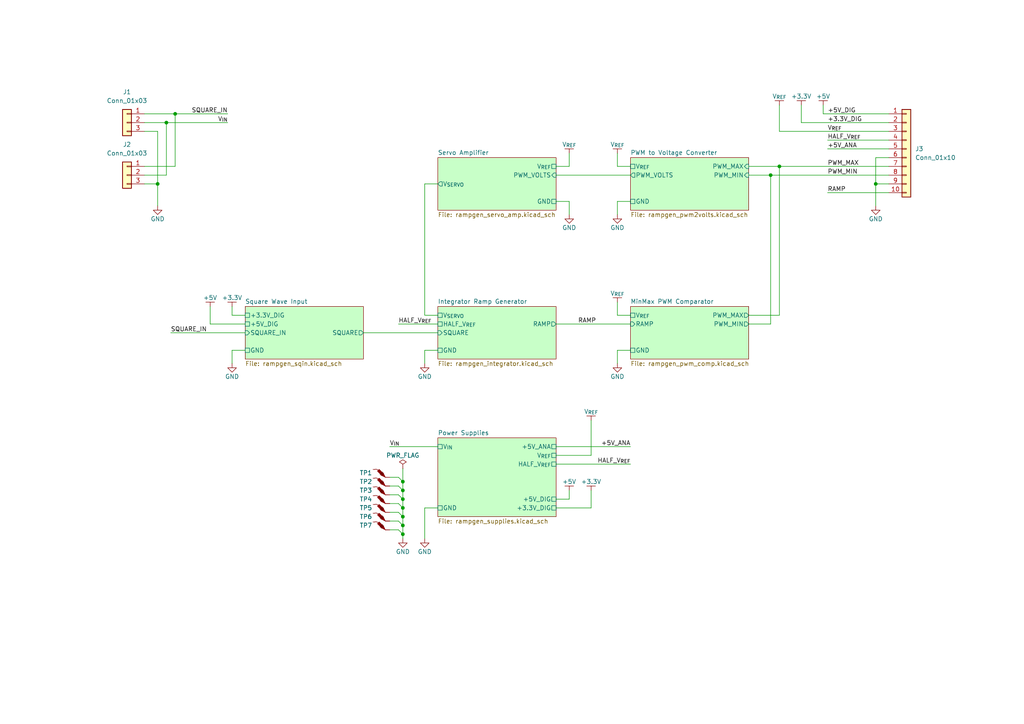
<source format=kicad_sch>
(kicad_sch (version 20230121) (generator eeschema)
  (paper "A4")
  (lib_symbols
    (symbol "Connector_Generic:Conn_01x03" (pin_names (offset 1.016) hide)
      (property "Reference" "J" (at 0 5.08 0))
      (property "Value" "Conn_01x03" (at 0 -5.08 0))
      (symbol "Conn_01x03_1_1"
        (rectangle (start -1.27 -2.413) (end 0 -2.667) (stroke (width 0.1524)))
        (rectangle (start -1.27 0.127) (end 0 -0.127) (stroke (width 0.1524)))
        (rectangle (start -1.27 2.667) (end 0 2.413) (stroke (width 0.1524)))
        (rectangle (start -1.27 3.81) (end 1.27 -3.81) (stroke (width 0.254)) (fill (type background)))
        (pin passive line (at -5.08 2.54 0) (length 3.81) (name "Pin_1") (number "1"))
        (pin passive line (at -5.08 0 0) (length 3.81) (name "Pin_2") (number "2"))
        (pin passive line (at -5.08 -2.54 0) (length 3.81) (name "Pin_3") (number "3"))
      )
    )
    (symbol "Connector_Generic:Conn_01x10" (pin_names (offset 1.016) hide)
      (property "Reference" "J" (at 0 12.7 0))
      (property "Value" "Conn_01x10" (at 0 -15.24 0))
      (symbol "Conn_01x10_1_1"
        (rectangle (start -1.27 -12.573) (end 0 -12.827) (stroke (width 0.1524)))
        (rectangle (start -1.27 -10.033) (end 0 -10.287) (stroke (width 0.1524)))
        (rectangle (start -1.27 -7.493) (end 0 -7.747) (stroke (width 0.1524)))
        (rectangle (start -1.27 -4.953) (end 0 -5.207) (stroke (width 0.1524)))
        (rectangle (start -1.27 -2.413) (end 0 -2.667) (stroke (width 0.1524)))
        (rectangle (start -1.27 0.127) (end 0 -0.127) (stroke (width 0.1524)))
        (rectangle (start -1.27 2.667) (end 0 2.413) (stroke (width 0.1524)))
        (rectangle (start -1.27 5.207) (end 0 4.953) (stroke (width 0.1524)))
        (rectangle (start -1.27 7.747) (end 0 7.493) (stroke (width 0.1524)))
        (rectangle (start -1.27 10.287) (end 0 10.033) (stroke (width 0.1524)))
        (rectangle (start -1.27 11.43) (end 1.27 -13.97) (stroke (width 0.254)) (fill (type background)))
        (pin passive line (at -5.08 10.16 0) (length 3.81) (name "Pin_1") (number "1"))
        (pin passive line (at -5.08 -12.7 0) (length 3.81) (name "Pin_10") (number "10"))
        (pin passive line (at -5.08 7.62 0) (length 3.81) (name "Pin_2") (number "2"))
        (pin passive line (at -5.08 5.08 0) (length 3.81) (name "Pin_3") (number "3"))
        (pin passive line (at -5.08 2.54 0) (length 3.81) (name "Pin_4") (number "4"))
        (pin passive line (at -5.08 0 0) (length 3.81) (name "Pin_5") (number "5"))
        (pin passive line (at -5.08 -2.54 0) (length 3.81) (name "Pin_6") (number "6"))
        (pin passive line (at -5.08 -5.08 0) (length 3.81) (name "Pin_7") (number "7"))
        (pin passive line (at -5.08 -7.62 0) (length 3.81) (name "Pin_8") (number "8"))
        (pin passive line (at -5.08 -10.16 0) (length 3.81) (name "Pin_9") (number "9"))
      )
    )
    (symbol "Custom-LogicIC:TestPoint" (in_bom no)
      (property "Reference" "TP" (at 2.54 0 0))
      (symbol "TestPoint_1_1"
        (polyline (pts (xy -0.762 1.27) (xy 0 0.508)) (stroke (width 0) (color 72 0 0 1)))
        (polyline (pts (xy -0.508 1.524) (xy 0.254 0.762)) (stroke (width 0) (color 72 0 0 1)))
        (polyline (pts (xy -1.27 0) (xy -0.762 1.016) (xy -0.254 0.508) (xy -1.27 0)) (fill (type color) (color 132 0 0 1)))
        (polyline (pts (xy -0.762 1.016) (xy 0.508 2.286) (xy 1.016 1.778) (xy -0.254 0.508) (xy -0.762 1.016)) (fill (type color) (color 132 0 0 1)))
        (arc (start 1.778 2.286) (mid 1.2343 2.3019) (end 0.762 2.032))
        (arc (start 1.778 2.286) (mid 2.032 2.258) (end 2.286 2.286))
        (pin passive line (at -2.54 0 0) (length 1.27) (name "") (number "1"))
      )
    )
    (symbol "Custom-PwrSym:+3.3V" (power) (pin_names (offset 0))
      (property "Value" "+3.3V" (at 0 2.54 0))
      (symbol "+3.3V_0_1"
        (polyline (pts (xy -1.27 1.27) (xy 1.27 1.27)))
        (polyline (pts (xy 0 0) (xy 0 1.27)))
      )
      (symbol "+3.3V_1_1"
        (pin power_in line (at 0 0 90) (length 0) hide (name "+3.3V") (number "1"))
      )
    )
    (symbol "Custom-PwrSym:+5V" (power) (pin_names (offset 0))
      (property "Value" "+5V" (at 0 2.54 0))
      (symbol "+5V_0_1"
        (polyline (pts (xy -1.27 1.27) (xy 1.27 1.27)))
        (polyline (pts (xy 0 0) (xy 0 1.27)))
      )
      (symbol "+5V_1_1"
        (pin power_in line (at 0 0 90) (length 0) hide (name "+5V") (number "1"))
      )
    )
    (symbol "Custom-PwrSym:VREF" (power) (pin_names (offset 0))
      (property "Value" "V_{REF}" (at 0 2.54 0))
      (symbol "VREF_0_1"
        (polyline (pts (xy -1.27 1.27) (xy 1.27 1.27)))
        (polyline (pts (xy 0 0) (xy 0 1.27)))
      )
      (symbol "VREF_1_1"
        (pin power_in line (at 0 0 90) (length 0) hide (name "V_{REF}") (number "1"))
      )
    )
    (symbol "power:GND" (power) (pin_names (offset 0))
      (property "Value" "GND" (at 0 -3.81 0))
      (symbol "GND_0_1"
        (polyline (pts (xy 0 0) (xy 0 -1.27) (xy 1.27 -1.27) (xy 0 -2.54) (xy -1.27 -1.27) (xy 0 -1.27)))
      )
      (symbol "GND_1_1"
        (pin power_in line (at 0 0 270) (length 0) hide (name "GND") (number "1"))
      )
    )
    (symbol "power:PWR_FLAG" (power) (pin_numbers hide) (pin_names (offset 0) hide)
      (property "Value" "PWR_FLAG" (at 0 3.81 0))
      (symbol "PWR_FLAG_0_0"
        (pin power_out line (at 0 0 90) (length 0) (name "pwr") (number "1"))
      )
      (symbol "PWR_FLAG_0_1"
        (polyline (pts (xy 0 0) (xy 0 1.27) (xy -1.016 1.905) (xy 0 2.54) (xy 1.016 1.905) (xy 0 1.27)))
      )
    )
  )
  (junction (at 116.84 149.86))
  (junction (at 226.06 48.26))
  (junction (at 116.84 142.24))
  (junction (at 116.84 152.4))
  (junction (at 223.52 50.8))
  (junction (at 50.8 33.02))
  (junction (at 48.26 35.56))
  (junction (at 45.72 53.34))
  (junction (at 116.84 144.78))
  (junction (at 254 53.34))
  (junction (at 116.84 154.94))
  (junction (at 116.84 147.32))
  (junction (at 116.84 139.7))
  (wire (pts (xy 161.29 58.42) (xy 165.1 58.42)))
  (wire (pts (xy 161.29 50.8) (xy 182.88 50.8)))
  (wire (pts (xy 50.8 33.02) (xy 50.8 48.26)))
  (wire (pts (xy 223.52 50.8) (xy 223.52 93.98)))
  (wire (pts (xy 232.41 35.56) (xy 257.81 35.56)))
  (wire (pts (xy 240.03 43.18) (xy 257.81 43.18)))
  (wire (pts (xy 67.31 88.9) (xy 67.31 91.44)))
  (wire (pts (xy 45.72 53.34) (xy 45.72 59.69)))
  (wire (pts (xy 171.45 132.08) (xy 171.45 121.92)))
  (wire (pts (xy 71.12 91.44) (xy 67.31 91.44)))
  (wire (pts (xy 71.12 93.98) (xy 60.96 93.98)))
  (wire (pts (xy 254 53.34) (xy 257.81 53.34)))
  (wire (pts (xy 49.53 96.52) (xy 71.12 96.52)))
  (wire (pts (xy 45.72 38.1) (xy 45.72 53.34)))
  (wire (pts (xy 115.57 148.59) (xy 113.03 148.59)))
  (wire (pts (xy 217.17 50.8) (xy 223.52 50.8)))
  (wire (pts (xy 41.91 38.1) (xy 45.72 38.1)))
  (wire (pts (xy 71.12 101.6) (xy 67.31 101.6)))
  (wire (pts (xy 48.26 35.56) (xy 66.04 35.56)))
  (wire (pts (xy 238.76 30.48) (xy 238.76 33.02)))
  (wire (pts (xy 116.84 147.32) (xy 115.57 146.05)))
  (wire (pts (xy 116.84 144.78) (xy 116.84 147.32)))
  (wire (pts (xy 161.29 147.32) (xy 171.45 147.32)))
  (wire (pts (xy 113.03 129.54) (xy 127 129.54)))
  (wire (pts (xy 161.29 134.62) (xy 182.88 134.62)))
  (wire (pts (xy 217.17 48.26) (xy 226.06 48.26)))
  (wire (pts (xy 123.19 91.44) (xy 123.19 53.34)))
  (wire (pts (xy 115.57 93.98) (xy 127 93.98)))
  (wire (pts (xy 179.07 87.63) (xy 179.07 91.44)))
  (wire (pts (xy 116.84 149.86) (xy 115.57 148.59)))
  (wire (pts (xy 116.84 139.7) (xy 115.57 138.43)))
  (wire (pts (xy 48.26 35.56) (xy 48.26 50.8)))
  (wire (pts (xy 226.06 38.1) (xy 257.81 38.1)))
  (wire (pts (xy 116.84 139.7) (xy 116.84 142.24)))
  (wire (pts (xy 238.76 33.02) (xy 257.81 33.02)))
  (wire (pts (xy 105.41 96.52) (xy 127 96.52)))
  (wire (pts (xy 161.29 144.78) (xy 165.1 144.78)))
  (wire (pts (xy 41.91 35.56) (xy 48.26 35.56)))
  (wire (pts (xy 127 91.44) (xy 123.19 91.44)))
  (wire (pts (xy 116.84 142.24) (xy 116.84 144.78)))
  (wire (pts (xy 116.84 154.94) (xy 115.57 153.67)))
  (wire (pts (xy 127 147.32) (xy 123.19 147.32)))
  (wire (pts (xy 257.81 45.72) (xy 254 45.72)))
  (wire (pts (xy 226.06 48.26) (xy 226.06 91.44)))
  (wire (pts (xy 223.52 50.8) (xy 257.81 50.8)))
  (wire (pts (xy 115.57 140.97) (xy 113.03 140.97)))
  (wire (pts (xy 165.1 44.45) (xy 165.1 48.26)))
  (wire (pts (xy 60.96 88.9) (xy 60.96 93.98)))
  (wire (pts (xy 116.84 152.4) (xy 115.57 151.13)))
  (wire (pts (xy 115.57 146.05) (xy 113.03 146.05)))
  (wire (pts (xy 226.06 30.48) (xy 226.06 38.1)))
  (wire (pts (xy 67.31 101.6) (xy 67.31 105.41)))
  (wire (pts (xy 179.07 58.42) (xy 179.07 62.23)))
  (wire (pts (xy 48.26 50.8) (xy 41.91 50.8)))
  (wire (pts (xy 161.29 93.98) (xy 182.88 93.98)))
  (wire (pts (xy 45.72 53.34) (xy 41.91 53.34)))
  (wire (pts (xy 254 53.34) (xy 254 59.69)))
  (wire (pts (xy 182.88 58.42) (xy 179.07 58.42)))
  (wire (pts (xy 123.19 147.32) (xy 123.19 156.21)))
  (wire (pts (xy 127 101.6) (xy 123.19 101.6)))
  (wire (pts (xy 41.91 48.26) (xy 50.8 48.26)))
  (wire (pts (xy 161.29 129.54) (xy 182.88 129.54)))
  (wire (pts (xy 116.84 135.89) (xy 116.84 139.7)))
  (wire (pts (xy 165.1 58.42) (xy 165.1 62.23)))
  (wire (pts (xy 254 45.72) (xy 254 53.34)))
  (wire (pts (xy 115.57 138.43) (xy 113.03 138.43)))
  (wire (pts (xy 115.57 151.13) (xy 113.03 151.13)))
  (wire (pts (xy 217.17 93.98) (xy 223.52 93.98)))
  (wire (pts (xy 115.57 153.67) (xy 113.03 153.67)))
  (wire (pts (xy 232.41 30.48) (xy 232.41 35.56)))
  (wire (pts (xy 116.84 154.94) (xy 116.84 156.21)))
  (wire (pts (xy 116.84 147.32) (xy 116.84 149.86)))
  (wire (pts (xy 240.03 40.64) (xy 257.81 40.64)))
  (wire (pts (xy 217.17 91.44) (xy 226.06 91.44)))
  (wire (pts (xy 179.07 44.45) (xy 179.07 48.26)))
  (wire (pts (xy 41.91 33.02) (xy 50.8 33.02)))
  (wire (pts (xy 182.88 101.6) (xy 179.07 101.6)))
  (wire (pts (xy 116.84 152.4) (xy 116.84 154.94)))
  (wire (pts (xy 116.84 144.78) (xy 115.57 143.51)))
  (wire (pts (xy 161.29 132.08) (xy 171.45 132.08)))
  (wire (pts (xy 179.07 101.6) (xy 179.07 105.41)))
  (wire (pts (xy 226.06 48.26) (xy 257.81 48.26)))
  (wire (pts (xy 123.19 101.6) (xy 123.19 105.41)))
  (wire (pts (xy 116.84 142.24) (xy 115.57 140.97)))
  (wire (pts (xy 115.57 143.51) (xy 113.03 143.51)))
  (wire (pts (xy 165.1 142.24) (xy 165.1 144.78)))
  (wire (pts (xy 50.8 33.02) (xy 66.04 33.02)))
  (wire (pts (xy 165.1 48.26) (xy 161.29 48.26)))
  (wire (pts (xy 179.07 48.26) (xy 182.88 48.26)))
  (wire (pts (xy 123.19 53.34) (xy 127 53.34)))
  (wire (pts (xy 240.03 55.88) (xy 257.81 55.88)))
  (wire (pts (xy 171.45 142.24) (xy 171.45 147.32)))
  (wire (pts (xy 116.84 149.86) (xy 116.84 152.4)))
  (wire (pts (xy 179.07 91.44) (xy 182.88 91.44)))
  (label "+3.3V_DIG" (at 240.03 35.56 0))
  (label "PWM_MAX" (at 240.03 48.26 0))
  (label "+5V_DIG" (at 240.03 33.02 0))
  (label "+5V_ANA" (at 240.03 43.18 0))
  (label "HALF_V_{REF}" (at 240.03 40.64 0))
  (label "HALF_V_{REF}" (at 182.88 134.62 180))
  (label "SQUARE_IN" (at 49.53 96.52 0))
  (label "RAMP" (at 240.03 55.88 0))
  (label "V_{REF}" (at 240.03 38.1 0))
  (label "RAMP" (at 167.64 93.98 0))
  (label "V_{IN}" (at 66.04 35.56 180))
  (label "HALF_V_{REF}" (at 115.57 93.98 0))
  (label "SQUARE_IN" (at 66.04 33.02 180))
  (label "+5V_ANA" (at 182.88 129.54 180))
  (label "PWM_MIN" (at 240.03 50.8 0))
  (label "V_{IN}" (at 113.03 129.54 0))
  (symbol (lib_id "power:GND") (at 45.72 59.69 0) (mirror y) (unit 1)
    (property "Reference" "#PWR01" (effects hide))
    (property "Value" "GND" (at 45.72 63.5 0))
  )
  (symbol (lib_id "Custom-PwrSym:+3.3V") (at 232.41 30.48 0) (unit 1)
    (property "Reference" "#PWR018" (effects hide))
    (property "Value" "+3.3V" (at 232.41 27.94 0))
  )
  (symbol (lib_id "Custom-LogicIC:TestPoint") (at 110.49 153.67 0) (mirror y) (unit 1) (in_bom no)
    (property "Reference" "TP7" (at 107.95 152.4 0) (effects (justify left)))
    (property "Value" "-" (effects hide))
    (property "Footprint" "TestPoint:TestPoint_Pad_D2.0mm" (effects hide))
  )
  (symbol (lib_id "power:GND") (at 254 59.69 0) (unit 1)
    (property "Reference" "#PWR020" (effects hide))
    (property "Value" "GND" (at 254 63.5 0))
  )
  (symbol (lib_id "power:GND") (at 116.84 156.21 0) (mirror y) (unit 1)
    (property "Reference" "#PWR05" (effects hide))
    (property "Value" "GND" (at 116.84 160.02 0))
  )
  (symbol (lib_id "Connector_Generic:Conn_01x10") (at 262.89 43.18 0) (unit 1)
    (property "Reference" "J3" (at 265.43 43.18 0) (effects (justify left)))
    (property "Value" "Conn_01x10" (at 265.43 45.72 0) (effects (justify left)))
    (property "Footprint" "Connector_PinHeader_2.54mm:PinHeader_1x10_P2.54mm_Vertical" (effects hide))
  )
  (symbol (lib_id "Custom-LogicIC:TestPoint") (at 110.49 143.51 0) (mirror y) (unit 1) (in_bom no)
    (property "Reference" "TP3" (at 107.95 142.24 0) (effects (justify left)))
    (property "Value" "-" (effects hide))
    (property "Footprint" "TestPoint:TestPoint_Pad_D2.0mm" (effects hide))
  )
  (symbol (lib_id "Custom-PwrSym:+5V") (at 238.76 30.48 0) (unit 1)
    (property "Reference" "#PWR019" (effects hide))
    (property "Value" "+5V" (at 238.76 27.94 0))
  )
  (symbol (lib_id "Custom-LogicIC:TestPoint") (at 110.49 151.13 0) (mirror y) (unit 1) (in_bom no)
    (property "Reference" "TP6" (at 107.95 149.86 0) (effects (justify left)))
    (property "Value" "-" (effects hide))
    (property "Footprint" "TestPoint:TestPoint_Pad_D2.0mm" (effects hide))
  )
  (symbol (lib_id "Custom-PwrSym:+5V") (at 60.96 88.9 0) (mirror y) (unit 1)
    (property "Reference" "#PWR02" (effects hide))
    (property "Value" "+5V" (at 60.96 86.36 0))
  )
  (symbol (lib_id "power:GND") (at 123.19 105.41 0) (unit 1)
    (property "Reference" "#PWR06" (effects hide))
    (property "Value" "GND" (at 123.19 109.22 0))
  )
  (symbol (lib_id "Connector_Generic:Conn_01x03") (at 36.83 35.56 0) (mirror y) (unit 1)
    (property "Reference" "J1" (at 36.83 26.67 0))
    (property "Value" "Conn_01x03" (at 36.83 29.21 0))
    (property "Footprint" "Connector_PinHeader_2.54mm:PinHeader_1x03_P2.54mm_Vertical" (effects hide))
  )
  (symbol (lib_id "Custom-PwrSym:+3.3V") (at 67.31 88.9 0) (mirror y) (unit 1)
    (property "Reference" "#PWR03" (effects hide))
    (property "Value" "+3.3V" (at 67.31 86.36 0))
  )
  (symbol (lib_id "power:GND") (at 179.07 105.41 0) (unit 1)
    (property "Reference" "#PWR016" (effects hide))
    (property "Value" "GND" (at 179.07 109.22 0))
  )
  (symbol (lib_id "Custom-PwrSym:VREF") (at 226.06 30.48 0) (unit 1)
    (property "Reference" "#PWR017" (effects hide))
    (property "Value" "V_{REF}" (at 226.06 27.94 0))
  )
  (symbol (lib_id "power:GND") (at 123.19 156.21 0) (unit 1)
    (property "Reference" "#PWR07" (effects hide))
    (property "Value" "GND" (at 123.19 160.02 0))
  )
  (symbol (lib_id "Connector_Generic:Conn_01x03") (at 36.83 50.8 0) (mirror y) (unit 1)
    (property "Reference" "J2" (at 36.83 41.91 0))
    (property "Value" "Conn_01x03" (at 36.83 44.45 0))
    (property "Footprint" "Connector_PinHeader_2.54mm:PinHeader_1x03_P2.54mm_Vertical" (effects hide))
  )
  (symbol (lib_id "Custom-PwrSym:+5V") (at 165.1 142.24 0) (unit 1)
    (property "Reference" "#PWR010" (effects hide))
    (property "Value" "+5V" (at 165.1 139.7 0))
  )
  (symbol (lib_id "Custom-LogicIC:TestPoint") (at 110.49 146.05 0) (mirror y) (unit 1) (in_bom no)
    (property "Reference" "TP4" (at 107.95 144.78 0) (effects (justify left)))
    (property "Value" "-" (effects hide))
    (property "Footprint" "TestPoint:TestPoint_Pad_D2.0mm" (effects hide))
  )
  (symbol (lib_id "Custom-PwrSym:+3.3V") (at 171.45 142.24 0) (unit 1)
    (property "Reference" "#PWR012" (effects hide))
    (property "Value" "+3.3V" (at 171.45 139.7 0))
  )
  (symbol (lib_id "Custom-PwrSym:VREF") (at 179.07 87.63 0) (unit 1)
    (property "Reference" "#PWR015" (effects hide))
    (property "Value" "V_{REF}" (at 179.07 85.09 0))
  )
  (symbol (lib_id "Custom-LogicIC:TestPoint") (at 110.49 138.43 0) (mirror y) (unit 1) (in_bom no)
    (property "Reference" "TP1" (at 107.95 137.16 0) (effects (justify left)))
    (property "Value" "-" (effects hide))
    (property "Footprint" "TestPoint:TestPoint_Pad_D2.0mm" (effects hide))
  )
  (symbol (lib_id "Custom-PwrSym:VREF") (at 171.45 121.92 0) (unit 1)
    (property "Reference" "#PWR011" (effects hide))
    (property "Value" "V_{REF}" (at 171.45 119.38 0))
  )
  (symbol (lib_id "power:GND") (at 179.07 62.23 0) (unit 1)
    (property "Reference" "#PWR014" (effects hide))
    (property "Value" "GND" (at 179.07 66.04 0))
  )
  (symbol (lib_id "Custom-PwrSym:VREF") (at 165.1 44.45 0) (mirror y) (unit 1)
    (property "Reference" "#PWR08" (effects hide))
    (property "Value" "V_{REF}" (at 165.1 41.91 0))
  )
  (symbol (lib_id "Custom-LogicIC:TestPoint") (at 110.49 148.59 0) (mirror y) (unit 1) (in_bom no)
    (property "Reference" "TP5" (at 107.95 147.32 0) (effects (justify left)))
    (property "Value" "-" (effects hide))
    (property "Footprint" "TestPoint:TestPoint_Pad_D2.0mm" (effects hide))
  )
  (symbol (lib_id "Custom-PwrSym:VREF") (at 179.07 44.45 0) (unit 1)
    (property "Reference" "#PWR013" (effects hide))
    (property "Value" "V_{REF}" (at 179.07 41.91 0))
  )
  (symbol (lib_id "power:GND") (at 67.31 105.41 0) (unit 1)
    (property "Reference" "#PWR04" (effects hide))
    (property "Value" "GND" (at 67.31 109.22 0))
  )
  (symbol (lib_id "power:GND") (at 165.1 62.23 0) (mirror y) (unit 1)
    (property "Reference" "#PWR09" (effects hide))
    (property "Value" "GND" (at 165.1 66.04 0))
  )
  (symbol (lib_id "Custom-LogicIC:TestPoint") (at 110.49 140.97 0) (mirror y) (unit 1) (in_bom no)
    (property "Reference" "TP2" (at 107.95 139.7 0) (effects (justify left)))
    (property "Value" "-" (effects hide))
    (property "Footprint" "TestPoint:TestPoint_Pad_D2.0mm" (effects hide))
  )
  (symbol (lib_id "power:PWR_FLAG") (at 116.84 135.89 0) (unit 1)
    (property "Reference" "#FLG01" (effects hide))
    (property "Value" "PWR_FLAG" (at 116.84 132.08 0))
  )
  (sheet (at 71.12 88.9) (size 34.29 15.24) (stroke (width 0.1524)) (fill (color 200 255 200 1.0000))
    (property "Sheetname" "Square Wave Input" (at 71.12 88.1884 0) (effects (justify left bottom)))
    (property "Sheetfile" "rampgen_sqin.kicad_sch" (at 71.12 104.7246 0) (effects (justify left top)))
    (pin "+3.3V_DIG" passive (at 71.12 91.44 180))
    (pin "SQUARE" output (at 105.41 96.52 0))
    (pin "GND" passive (at 71.12 101.6 180))
    (pin "+5V_DIG" passive (at 71.12 93.98 180))
    (pin "SQUARE_IN" input (at 71.12 96.52 180))
  )
  (sheet (at 127 45.72) (size 34.29 15.24) (stroke (width 0.1524)) (fill (color 200 255 200 1.0000))
    (property "Sheetname" "Servo Amplifier" (at 127 45.0084 0) (effects (justify left bottom)))
    (property "Sheetfile" "rampgen_servo_amp.kicad_sch" (at 127 61.5446 0) (effects (justify left top)))
    (pin "V_{SERVO}" output (at 127 53.34 180))
    (pin "GND" passive (at 161.29 58.42 0))
    (pin "PWM_VOLTS" input (at 161.29 50.8 0))
    (pin "V_{REF}" passive (at 161.29 48.26 0))
  )
  (sheet (at 182.88 45.72) (size 34.29 15.24) (stroke (width 0.1524)) (fill (color 200 255 200 1.0000))
    (property "Sheetname" "PWM to Voltage Converter" (at 182.88 45.0084 0) (effects (justify left bottom)))
    (property "Sheetfile" "rampgen_pwm2volts.kicad_sch" (at 182.88 61.5446 0) (effects (justify left top)))
    (pin "PWM_MAX" input (at 217.17 48.26 0))
    (pin "V_{REF}" passive (at 182.88 48.26 180))
    (pin "GND" passive (at 182.88 58.42 180))
    (pin "PWM_MIN" input (at 217.17 50.8 0))
    (pin "PWM_VOLTS" output (at 182.88 50.8 180))
  )
  (sheet (at 127 88.9) (size 34.29 15.24) (stroke (width 0.1524)) (fill (color 200 255 200 1.0000))
    (property "Sheetname" "Integrator Ramp Generator" (at 127 88.1884 0) (effects (justify left bottom)))
    (property "Sheetfile" "rampgen_integrator.kicad_sch" (at 127 104.7246 0) (effects (justify left top)))
    (pin "RAMP" output (at 161.29 93.98 0))
    (pin "GND" passive (at 127 101.6 180))
    (pin "HALF_V_{REF}" passive (at 127 93.98 180))
    (pin "SQUARE" input (at 127 96.52 180))
    (pin "V_{SERVO}" passive (at 127 91.44 180))
  )
  (sheet (at 127 127) (size 34.29 22.86) (stroke (width 0.1524)) (fill (color 200 255 200 1.0000))
    (property "Sheetname" "Power Supplies" (at 127 126.2884 0) (effects (justify left bottom)))
    (property "Sheetfile" "rampgen_supplies.kicad_sch" (at 127 150.4446 0) (effects (justify left top)))
    (pin "+5V_ANA" passive (at 161.29 129.54 0))
    (pin "V_{REF}" passive (at 161.29 132.08 0))
    (pin "+3.3V_DIG" passive (at 161.29 147.32 0))
    (pin "HALF_V_{REF}" passive (at 161.29 134.62 0))
    (pin "V_{IN}" passive (at 127 129.54 180))
    (pin "GND" passive (at 127 147.32 180))
    (pin "+5V_DIG" passive (at 161.29 144.78 0))
  )
  (sheet (at 182.88 88.9) (size 34.29 15.24) (stroke (width 0.1524)) (fill (color 200 255 200 1.0000))
    (property "Sheetname" "MinMax PWM Comparator" (at 182.88 88.1884 0) (effects (justify left bottom)))
    (property "Sheetfile" "rampgen_pwm_comp.kicad_sch" (at 182.88 104.7246 0) (effects (justify left top)))
    (pin "RAMP" input (at 182.88 93.98 180))
    (pin "GND" passive (at 182.88 101.6 180))
    (pin "V_{REF}" passive (at 182.88 91.44 180))
    (pin "PWM_MAX" output (at 217.17 91.44 0))
    (pin "PWM_MIN" output (at 217.17 93.98 0))
  )
)
</source>
